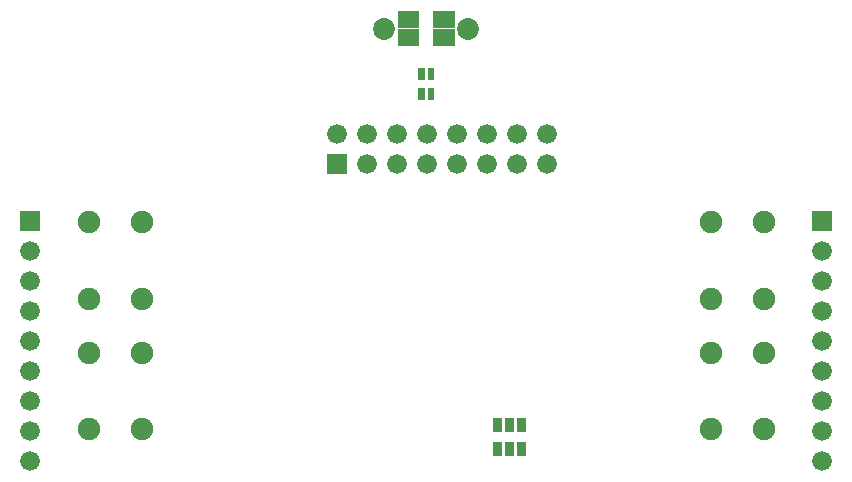
<source format=gbr>
G04 start of page 7 for group -4063 idx -4063 *
G04 Title: (unknown), componentmask *
G04 Creator: pcb 20110918 *
G04 CreationDate: Tue 28 Jun 2016 03:12:46 AM GMT UTC *
G04 For: railfan *
G04 Format: Gerber/RS-274X *
G04 PCB-Dimensions: 275000 250000 *
G04 PCB-Coordinate-Origin: lower left *
%MOIN*%
%FSLAX25Y25*%
%LNTOPMASK*%
%ADD45R,0.0300X0.0300*%
%ADD44R,0.0227X0.0227*%
%ADD43R,0.0572X0.0572*%
%ADD42C,0.0750*%
%ADD41C,0.0730*%
%ADD40C,0.0660*%
%ADD39C,0.0001*%
G54D39*G36*
X104450Y107800D02*Y101200D01*
X111050D01*
Y107800D01*
X104450D01*
G37*
G54D40*X117750Y104500D03*
X127750D03*
X137750D03*
X147750D03*
X157750D03*
X167750D03*
X177750D03*
X107750Y114500D03*
X117750D03*
G54D41*X123450Y149500D03*
X151550D03*
G54D40*X127750Y114500D03*
X137750D03*
X147750D03*
X157750D03*
X167750D03*
X177750D03*
X5500Y55500D03*
Y45500D03*
Y35500D03*
Y25500D03*
G54D39*G36*
X2200Y88800D02*Y82200D01*
X8800D01*
Y88800D01*
X2200D01*
G37*
G54D40*X5500Y75500D03*
Y65500D03*
G54D42*X25000Y85090D03*
X42716D03*
G54D40*X5500Y15500D03*
Y5500D03*
G54D42*X25000Y15910D03*
X42716D03*
X25000Y41500D03*
X42716D03*
X25000Y59500D03*
X42716D03*
G54D39*G36*
X266200Y88800D02*Y82200D01*
X272800D01*
Y88800D01*
X266200D01*
G37*
G54D40*X269500Y75500D03*
Y65500D03*
G54D42*X232284Y85090D03*
X250000D03*
G54D40*X269500Y55500D03*
G54D42*X232284Y59500D03*
X250000D03*
G54D40*X269500Y45500D03*
G54D42*X232284Y41500D03*
X250000D03*
G54D40*X269500Y35500D03*
Y25500D03*
Y15500D03*
Y5500D03*
G54D42*X232284Y15910D03*
X250000D03*
G54D43*X130800Y152450D02*X132400D01*
X130800Y146550D02*X132400D01*
X142600Y152450D02*X144200D01*
G54D44*X135925Y128587D02*Y126717D01*
X139075Y128587D02*Y126717D01*
Y135283D02*Y133413D01*
X135925Y135283D02*Y133413D01*
G54D43*X142600Y146550D02*X144200D01*
G54D45*X161350Y10100D02*Y8500D01*
Y18300D02*Y16700D01*
X165250Y10100D02*Y8500D01*
Y18300D02*Y16700D01*
X169150Y10100D02*Y8500D01*
Y18300D02*Y16700D01*
M02*

</source>
